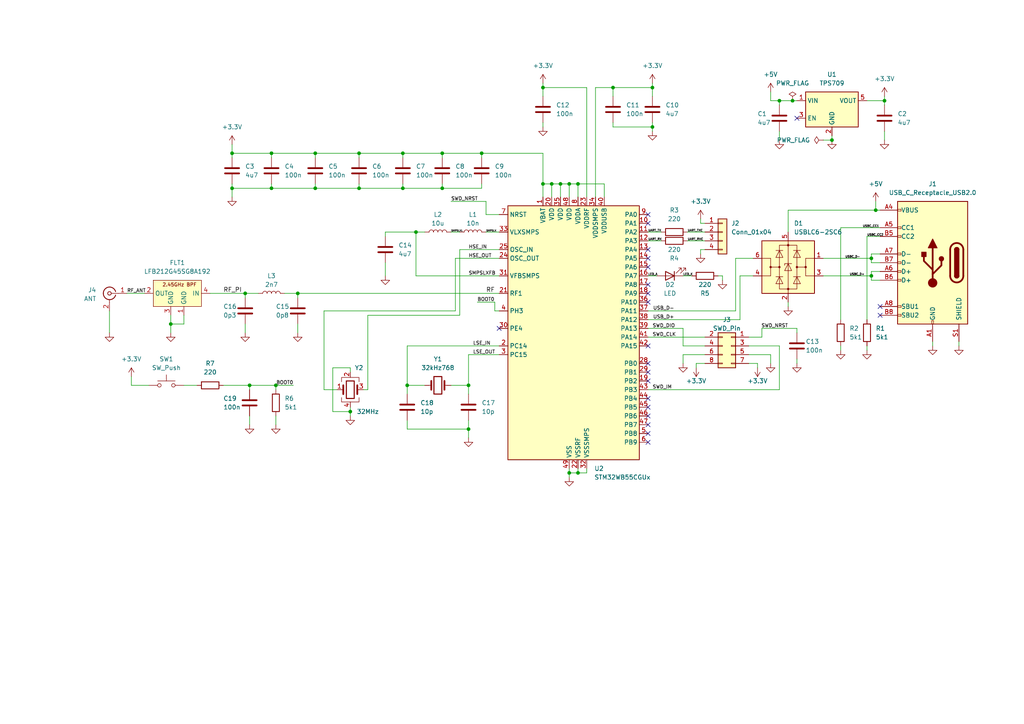
<source format=kicad_sch>
(kicad_sch (version 20230121) (generator eeschema)
  (paper "A4")
  (lib_symbols
    (symbol "Connector:Conn_Coaxial" (pin_names (offset 1.016) hide)
      (property "Reference" "J" (at 0.254 3.048 0))
      (property "Value" "Conn_Coaxial" (at 2.921 0 90))
      (symbol "Conn_Coaxial_0_1"
        (arc (start -1.778 -0.508) (mid 0.2311 -1.8066) (end 1.778 0) (stroke (width 0.254)))
        (polyline (pts (xy -2.54 0) (xy -0.508 0)))
        (polyline (pts (xy 0 -2.54) (xy 0 -1.778)))
        (circle (center 0 0) (radius 0.508) (stroke (width 0.2032)))
        (arc (start 1.778 0) (mid 0.2099 1.8101) (end -1.778 0.508) (stroke (width 0.254)))
      )
      (symbol "Conn_Coaxial_1_1"
        (pin passive line (at -5.08 0 0) (length 2.54) (name "In") (number "1"))
        (pin passive line (at 0 -5.08 90) (length 2.54) (name "Ext") (number "2"))
      )
    )
    (symbol "Connector:USB_C_Receptacle_USB2.0" (pin_names (offset 1.016))
      (property "Reference" "J" (at -10.16 19.05 0))
      (property "Value" "USB_C_Receptacle_USB2.0" (at 19.05 19.05 0))
      (symbol "USB_C_Receptacle_USB2.0_0_0"
        (rectangle (start -0.254 -17.78) (end 0.254 -16.764))
        (rectangle (start 10.16 -14.986) (end 9.144 -15.494))
        (rectangle (start 10.16 -12.446) (end 9.144 -12.954))
        (rectangle (start 10.16 -4.826) (end 9.144 -5.334))
        (rectangle (start 10.16 -2.286) (end 9.144 -2.794))
        (rectangle (start 10.16 0.254) (end 9.144 -0.254))
        (rectangle (start 10.16 2.794) (end 9.144 2.286))
        (rectangle (start 10.16 7.874) (end 9.144 7.366))
        (rectangle (start 10.16 10.414) (end 9.144 9.906))
        (rectangle (start 10.16 15.494) (end 9.144 14.986))
      )
      (symbol "USB_C_Receptacle_USB2.0_0_1"
        (rectangle (start -10.16 17.78) (end 10.16 -17.78) (stroke (width 0.254)) (fill (type background)))
        (arc (start -8.89 -3.81) (mid -6.985 -5.7067) (end -5.08 -3.81) (stroke (width 0.508)))
        (arc (start -7.62 -3.81) (mid -6.985 -4.4423) (end -6.35 -3.81) (stroke (width 0.254)))
        (arc (start -7.62 -3.81) (mid -6.985 -4.4423) (end -6.35 -3.81) (stroke (width 0.254)) (fill (type outline)))
        (rectangle (start -7.62 -3.81) (end -6.35 3.81) (stroke (width 0.254)) (fill (type outline)))
        (arc (start -6.35 3.81) (mid -6.985 4.4423) (end -7.62 3.81) (stroke (width 0.254)))
        (arc (start -6.35 3.81) (mid -6.985 4.4423) (end -7.62 3.81) (stroke (width 0.254)) (fill (type outline)))
        (arc (start -5.08 3.81) (mid -6.985 5.7067) (end -8.89 3.81) (stroke (width 0.508)))
        (circle (center -2.54 1.143) (radius 0.635) (stroke (width 0.254)) (fill (type outline)))
        (circle (center 0 -5.842) (radius 1.27) (fill (type outline)))
        (polyline (pts (xy -8.89 -3.81) (xy -8.89 3.81)) (stroke (width 0.508)))
        (polyline (pts (xy -5.08 3.81) (xy -5.08 -3.81)) (stroke (width 0.508)))
        (polyline (pts (xy 0 -5.842) (xy 0 4.318)) (stroke (width 0.508)))
        (polyline (pts (xy 0 -3.302) (xy -2.54 -0.762) (xy -2.54 0.508)) (stroke (width 0.508)))
        (polyline (pts (xy 0 -2.032) (xy 2.54 0.508) (xy 2.54 1.778)) (stroke (width 0.508)))
        (polyline (pts (xy -1.27 4.318) (xy 0 6.858) (xy 1.27 4.318) (xy -1.27 4.318)) (stroke (width 0.254)) (fill (type outline)))
        (rectangle (start 1.905 1.778) (end 3.175 3.048) (stroke (width 0.254)) (fill (type outline)))
      )
      (symbol "USB_C_Receptacle_USB2.0_1_1"
        (pin passive line (at 0 -22.86 90) (length 5.08) (name "GND") (number "A1"))
        (pin passive line (at 0 -22.86 90) (length 5.08) hide (name "GND") (number "A12"))
        (pin passive line (at 15.24 15.24 180) (length 5.08) (name "VBUS") (number "A4"))
        (pin bidirectional line (at 15.24 10.16 180) (length 5.08) (name "CC1") (number "A5"))
        (pin bidirectional line (at 15.24 -2.54 180) (length 5.08) (name "D+") (number "A6"))
        (pin bidirectional line (at 15.24 2.54 180) (length 5.08) (name "D-") (number "A7"))
        (pin bidirectional line (at 15.24 -12.7 180) (length 5.08) (name "SBU1") (number "A8"))
        (pin passive line (at 15.24 15.24 180) (length 5.08) hide (name "VBUS") (number "A9"))
        (pin passive line (at 0 -22.86 90) (length 5.08) hide (name "GND") (number "B1"))
        (pin passive line (at 0 -22.86 90) (length 5.08) hide (name "GND") (number "B12"))
        (pin passive line (at 15.24 15.24 180) (length 5.08) hide (name "VBUS") (number "B4"))
        (pin bidirectional line (at 15.24 7.62 180) (length 5.08) (name "CC2") (number "B5"))
        (pin bidirectional line (at 15.24 -5.08 180) (length 5.08) (name "D+") (number "B6"))
        (pin bidirectional line (at 15.24 0 180) (length 5.08) (name "D-") (number "B7"))
        (pin bidirectional line (at 15.24 -15.24 180) (length 5.08) (name "SBU2") (number "B8"))
        (pin passive line (at 15.24 15.24 180) (length 5.08) hide (name "VBUS") (number "B9"))
        (pin passive line (at -7.62 -22.86 90) (length 5.08) (name "SHIELD") (number "S1"))
      )
    )
    (symbol "Connector_Generic:Conn_01x04" (pin_names (offset 1.016) hide)
      (property "Reference" "J" (at 0 5.08 0))
      (property "Value" "Conn_01x04" (at 0 -7.62 0))
      (symbol "Conn_01x04_1_1"
        (rectangle (start -1.27 -4.953) (end 0 -5.207) (stroke (width 0.1524)))
        (rectangle (start -1.27 -2.413) (end 0 -2.667) (stroke (width 0.1524)))
        (rectangle (start -1.27 0.127) (end 0 -0.127) (stroke (width 0.1524)))
        (rectangle (start -1.27 2.667) (end 0 2.413) (stroke (width 0.1524)))
        (rectangle (start -1.27 3.81) (end 1.27 -6.35) (stroke (width 0.254)) (fill (type background)))
        (pin passive line (at -5.08 2.54 0) (length 3.81) (name "Pin_1") (number "1"))
        (pin passive line (at -5.08 0 0) (length 3.81) (name "Pin_2") (number "2"))
        (pin passive line (at -5.08 -2.54 0) (length 3.81) (name "Pin_3") (number "3"))
        (pin passive line (at -5.08 -5.08 0) (length 3.81) (name "Pin_4") (number "4"))
      )
    )
    (symbol "Connector_Generic:Conn_02x04_Odd_Even" (pin_names (offset 1.016) hide)
      (property "Reference" "J" (at 1.27 5.08 0))
      (property "Value" "Conn_02x04_Odd_Even" (at 1.27 -7.62 0))
      (symbol "Conn_02x04_Odd_Even_1_1"
        (rectangle (start -1.27 -4.953) (end 0 -5.207) (stroke (width 0.1524)))
        (rectangle (start -1.27 -2.413) (end 0 -2.667) (stroke (width 0.1524)))
        (rectangle (start -1.27 0.127) (end 0 -0.127) (stroke (width 0.1524)))
        (rectangle (start -1.27 2.667) (end 0 2.413) (stroke (width 0.1524)))
        (rectangle (start -1.27 3.81) (end 3.81 -6.35) (stroke (width 0.254)) (fill (type background)))
        (rectangle (start 3.81 -4.953) (end 2.54 -5.207) (stroke (width 0.1524)))
        (rectangle (start 3.81 -2.413) (end 2.54 -2.667) (stroke (width 0.1524)))
        (rectangle (start 3.81 0.127) (end 2.54 -0.127) (stroke (width 0.1524)))
        (rectangle (start 3.81 2.667) (end 2.54 2.413) (stroke (width 0.1524)))
        (pin passive line (at -5.08 2.54 0) (length 3.81) (name "Pin_1") (number "1"))
        (pin passive line (at 7.62 2.54 180) (length 3.81) (name "Pin_2") (number "2"))
        (pin passive line (at -5.08 0 0) (length 3.81) (name "Pin_3") (number "3"))
        (pin passive line (at 7.62 0 180) (length 3.81) (name "Pin_4") (number "4"))
        (pin passive line (at -5.08 -2.54 0) (length 3.81) (name "Pin_5") (number "5"))
        (pin passive line (at 7.62 -2.54 180) (length 3.81) (name "Pin_6") (number "6"))
        (pin passive line (at -5.08 -5.08 0) (length 3.81) (name "Pin_7") (number "7"))
        (pin passive line (at 7.62 -5.08 180) (length 3.81) (name "Pin_8") (number "8"))
      )
    )
    (symbol "Device:C" (pin_numbers hide) (pin_names (offset 0.254))
      (property "Reference" "C" (at 0.635 2.54 0))
      (property "Value" "C" (at 0.635 -2.54 0))
      (symbol "C_0_1"
        (polyline (pts (xy -2.032 -0.762) (xy 2.032 -0.762)) (stroke (width 0.508)))
        (polyline (pts (xy -2.032 0.762) (xy 2.032 0.762)) (stroke (width 0.508)))
      )
      (symbol "C_1_1"
        (pin passive line (at 0 3.81 270) (length 2.794) (name "~") (number "1"))
        (pin passive line (at 0 -3.81 90) (length 2.794) (name "~") (number "2"))
      )
    )
    (symbol "Device:Crystal" (pin_numbers hide) (pin_names (offset 1.016) hide)
      (property "Reference" "Y" (at 0 3.81 0))
      (property "Value" "Crystal" (at 0 -3.81 0))
      (symbol "Crystal_0_1"
        (rectangle (start -1.143 2.54) (end 1.143 -2.54) (stroke (width 0.3048)))
        (polyline (pts (xy -2.54 0) (xy -1.905 0)))
        (polyline (pts (xy -1.905 -1.27) (xy -1.905 1.27)) (stroke (width 0.508)))
        (polyline (pts (xy 1.905 -1.27) (xy 1.905 1.27)) (stroke (width 0.508)))
        (polyline (pts (xy 2.54 0) (xy 1.905 0)))
      )
      (symbol "Crystal_1_1"
        (pin passive line (at -3.81 0 0) (length 1.27) (name "1") (number "1"))
        (pin passive line (at 3.81 0 180) (length 1.27) (name "2") (number "2"))
      )
    )
    (symbol "Device:Crystal_GND24" (pin_names (offset 1.016) hide)
      (property "Reference" "Y" (at 3.175 5.08 0))
      (property "Value" "Crystal_GND24" (at 3.175 3.175 0))
      (symbol "Crystal_GND24_0_1"
        (rectangle (start -1.143 2.54) (end 1.143 -2.54) (stroke (width 0.3048)))
        (polyline (pts (xy -2.54 0) (xy -2.032 0)))
        (polyline (pts (xy -2.032 -1.27) (xy -2.032 1.27)) (stroke (width 0.508)))
        (polyline (pts (xy 0 -3.81) (xy 0 -3.556)))
        (polyline (pts (xy 0 3.556) (xy 0 3.81)))
        (polyline (pts (xy 2.032 -1.27) (xy 2.032 1.27)) (stroke (width 0.508)))
        (polyline (pts (xy 2.032 0) (xy 2.54 0)))
        (polyline (pts (xy -2.54 -2.286) (xy -2.54 -3.556) (xy 2.54 -3.556) (xy 2.54 -2.286)))
        (polyline (pts (xy -2.54 2.286) (xy -2.54 3.556) (xy 2.54 3.556) (xy 2.54 2.286)))
      )
      (symbol "Crystal_GND24_1_1"
        (pin passive line (at -3.81 0 0) (length 1.27) (name "1") (number "1"))
        (pin passive line (at 0 5.08 270) (length 1.27) (name "2") (number "2"))
        (pin passive line (at 3.81 0 180) (length 1.27) (name "3") (number "3"))
        (pin passive line (at 0 -5.08 90) (length 1.27) (name "4") (number "4"))
      )
    )
    (symbol "Device:L" (pin_numbers hide) (pin_names (offset 1.016) hide)
      (property "Reference" "L" (at -1.27 0 90))
      (property "Value" "L" (at 1.905 0 90))
      (symbol "L_0_1"
        (arc (start 0 -2.54) (mid 0.6323 -1.905) (end 0 -1.27))
        (arc (start 0 -1.27) (mid 0.6323 -0.635) (end 0 0))
        (arc (start 0 0) (mid 0.6323 0.635) (end 0 1.27))
        (arc (start 0 1.27) (mid 0.6323 1.905) (end 0 2.54))
      )
      (symbol "L_1_1"
        (pin passive line (at 0 3.81 270) (length 1.27) (name "1") (number "1"))
        (pin passive line (at 0 -3.81 90) (length 1.27) (name "2") (number "2"))
      )
    )
    (symbol "Device:LED" (pin_numbers hide) (pin_names (offset 1.016) hide)
      (property "Reference" "D" (at 0 2.54 0))
      (property "Value" "LED" (at 0 -2.54 0))
      (symbol "LED_0_1"
        (polyline (pts (xy -1.27 -1.27) (xy -1.27 1.27)) (stroke (width 0.254)))
        (polyline (pts (xy -1.27 0) (xy 1.27 0)))
        (polyline (pts (xy 1.27 -1.27) (xy 1.27 1.27) (xy -1.27 0) (xy 1.27 -1.27)) (stroke (width 0.254)))
        (polyline (pts (xy -3.048 -0.762) (xy -4.572 -2.286) (xy -3.81 -2.286) (xy -4.572 -2.286) (xy -4.572 -1.524)))
        (polyline (pts (xy -1.778 -0.762) (xy -3.302 -2.286) (xy -2.54 -2.286) (xy -3.302 -2.286) (xy -3.302 -1.524)))
      )
      (symbol "LED_1_1"
        (pin passive line (at -3.81 0 0) (length 2.54) (name "K") (number "1"))
        (pin passive line (at 3.81 0 180) (length 2.54) (name "A") (number "2"))
      )
    )
    (symbol "Device:R" (pin_numbers hide) (pin_names (offset 0))
      (property "Reference" "R" (at 2.032 0 90))
      (property "Value" "R" (at 0 0 90))
      (symbol "R_0_1"
        (rectangle (start -1.016 -2.54) (end 1.016 2.54) (stroke (width 0.254)))
      )
      (symbol "R_1_1"
        (pin passive line (at 0 3.81 270) (length 1.27) (name "~") (number "1"))
        (pin passive line (at 0 -3.81 90) (length 1.27) (name "~") (number "2"))
      )
    )
    (symbol "MCU_ST_STM32WB:STM32WB55CGUx"
      (property "Reference" "U" (at -17.78 39.37 0))
      (property "Value" "STM32WB55CGUx" (at 12.7 39.37 0))
      (symbol "STM32WB55CGUx_0_1"
        (rectangle (start -17.78 -35.56) (end 20.32 38.1) (stroke (width 0.254)) (fill (type background)))
      )
      (symbol "STM32WB55CGUx_1_1"
        (pin power_in line (at -7.62 40.64 270) (length 2.54) (name "VBAT") (number "1"))
        (pin bidirectional line (at 22.86 33.02 180) (length 2.54) (name "PA1") (number "10"))
        (pin bidirectional line (at 22.86 30.48 180) (length 2.54) (name "PA2") (number "11"))
        (pin bidirectional line (at 22.86 27.94 180) (length 2.54) (name "PA3") (number "12"))
        (pin bidirectional line (at 22.86 25.4 180) (length 2.54) (name "PA4") (number "13"))
        (pin bidirectional line (at 22.86 22.86 180) (length 2.54) (name "PA5") (number "14"))
        (pin bidirectional line (at 22.86 20.32 180) (length 2.54) (name "PA6") (number "15"))
        (pin bidirectional line (at 22.86 17.78 180) (length 2.54) (name "PA7") (number "16"))
        (pin bidirectional line (at 22.86 15.24 180) (length 2.54) (name "PA8") (number "17"))
        (pin bidirectional line (at 22.86 12.7 180) (length 2.54) (name "PA9") (number "18"))
        (pin bidirectional line (at 22.86 -12.7 180) (length 2.54) (name "PB2") (number "19"))
        (pin bidirectional line (at -20.32 -2.54 0) (length 2.54) (name "PC14") (number "2"))
        (pin power_in line (at -5.08 40.64 270) (length 2.54) (name "VDD") (number "20"))
        (pin bidirectional line (at -20.32 12.7 0) (length 2.54) (name "RF1") (number "21"))
        (pin power_in line (at 2.54 -38.1 90) (length 2.54) (name "VSSRF") (number "22"))
        (pin power_in line (at 5.08 40.64 270) (length 2.54) (name "VDDRF") (number "23"))
        (pin input line (at -20.32 22.86 0) (length 2.54) (name "OSC_OUT") (number "24"))
        (pin input line (at -20.32 25.4 0) (length 2.54) (name "OSC_IN") (number "25"))
        (pin no_connect line (at -17.78 -35.56 0) (length 2.54) hide (name "AT0") (number "26"))
        (pin no_connect line (at -17.78 -33.02 0) (length 2.54) hide (name "AT1") (number "27"))
        (pin bidirectional line (at 22.86 -7.62 180) (length 2.54) (name "PB0") (number "28"))
        (pin bidirectional line (at 22.86 -10.16 180) (length 2.54) (name "PB1") (number "29"))
        (pin bidirectional line (at -20.32 -5.08 0) (length 2.54) (name "PC15") (number "3"))
        (pin bidirectional line (at -20.32 2.54 0) (length 2.54) (name "PE4") (number "30"))
        (pin input line (at -20.32 17.78 0) (length 2.54) (name "VFBSMPS") (number "31"))
        (pin power_in line (at 5.08 -38.1 90) (length 2.54) (name "VSSSMPS") (number "32"))
        (pin power_in line (at -20.32 30.48 0) (length 2.54) (name "VLXSMPS") (number "33"))
        (pin power_in line (at 7.62 40.64 270) (length 2.54) (name "VDDSMPS") (number "34"))
        (pin power_in line (at -2.54 40.64 270) (length 2.54) (name "VDD") (number "35"))
        (pin bidirectional line (at 22.86 10.16 180) (length 2.54) (name "PA10") (number "36"))
        (pin bidirectional line (at 22.86 7.62 180) (length 2.54) (name "PA11") (number "37"))
        (pin bidirectional line (at 22.86 5.08 180) (length 2.54) (name "PA12") (number "38"))
        (pin bidirectional line (at 22.86 2.54 180) (length 2.54) (name "PA13") (number "39"))
        (pin bidirectional line (at -20.32 7.62 0) (length 2.54) (name "PH3") (number "4"))
        (pin power_in line (at 10.16 40.64 270) (length 2.54) (name "VDDUSB") (number "40"))
        (pin bidirectional line (at 22.86 0 180) (length 2.54) (name "PA14") (number "41"))
        (pin bidirectional line (at 22.86 -2.54 180) (length 2.54) (name "PA15") (number "42"))
        (pin bidirectional line (at 22.86 -15.24 180) (length 2.54) (name "PB3") (number "43"))
        (pin bidirectional line (at 22.86 -17.78 180) (length 2.54) (name "PB4") (number "44"))
        (pin bidirectional line (at 22.86 -20.32 180) (length 2.54) (name "PB5") (number "45"))
        (pin bidirectional line (at 22.86 -22.86 180) (length 2.54) (name "PB6") (number "46"))
        (pin bidirectional line (at 22.86 -25.4 180) (length 2.54) (name "PB7") (number "47"))
        (pin power_in line (at 0 40.64 270) (length 2.54) (name "VDD") (number "48"))
        (pin power_in line (at 0 -38.1 90) (length 2.54) (name "VSS") (number "49"))
        (pin bidirectional line (at 22.86 -27.94 180) (length 2.54) (name "PB8") (number "5"))
        (pin bidirectional line (at 22.86 -30.48 180) (length 2.54) (name "PB9") (number "6"))
        (pin input line (at -20.32 35.56 0) (length 2.54) (name "NRST") (number "7"))
        (pin power_in line (at 2.54 40.64 270) (length 2.54) (name "VDDA") (number "8"))
        (pin bidirectional line (at 22.86 35.56 180) (length 2.54) (name "PA0") (number "9"))
      )
    )
    (symbol "Switch:SW_Push" (pin_numbers hide) (pin_names (offset 1.016) hide)
      (property "Reference" "SW" (at 1.27 2.54 0))
      (property "Value" "SW_Push" (at 0 -1.524 0))
      (symbol "SW_Push_0_1"
        (circle (center -2.032 0) (radius 0.508))
        (polyline (pts (xy 0 1.27) (xy 0 3.048)))
        (polyline (pts (xy 2.54 1.27) (xy -2.54 1.27)))
        (circle (center 2.032 0) (radius 0.508))
        (pin passive line (at -5.08 0 0) (length 2.54) (name "1") (number "1"))
        (pin passive line (at 5.08 0 180) (length 2.54) (name "2") (number "2"))
      )
    )
    (symbol "my_library:LFB212G45SG8A192"
      (property "Reference" "FLT" (at 0 5.08 0))
      (property "Value" "LFB212G45SG8A192" (at -11.43 -11.43 0))
      (symbol "LFB212G45SG8A192_0_0"
        (pin passive line (at -1.27 -6.35 90) (length 2.54) (name "GND") (number "1"))
        (pin output line (at 10.16 0 180) (length 2.54) (name "OUT") (number "2"))
        (pin passive line (at 2.54 -6.35 90) (length 2.54) (name "GND") (number "3"))
        (pin input line (at -8.89 0 0) (length 2.54) (name "IN") (number "4"))
      )
      (symbol "LFB212G45SG8A192_1_1"
        (rectangle (start -6.35 3.81) (end 7.62 -3.81) (fill (type background)))
        (text "2.45GHz BPF" (at 0 2.54 0) (effects (font (size 1 1))))
      )
    )
    (symbol "my_library:TPS709"
      (property "Reference" "U" (at -7.62 6.35 0))
      (property "Value" "TPS709" (at 0 6.35 0))
      (symbol "TPS709_0_1"
        (rectangle (start -7.62 -5.08) (end 7.62 5.08) (stroke (width 0.254)) (fill (type background)))
      )
      (symbol "TPS709_1_1"
        (pin power_in line (at -10.16 2.54 0) (length 2.54) (name "VIN") (number "1"))
        (pin power_in line (at 0 -7.62 90) (length 2.54) (name "GND") (number "2"))
        (pin input line (at -10.16 -2.54 0) (length 2.54) (name "EN") (number "3"))
        (pin no_connect line (at 7.62 -2.54 180) (length 2.54) hide (name "NC") (number "4"))
        (pin power_out line (at 10.16 2.54 180) (length 2.54) (name "VOUT") (number "5"))
      )
    )
    (symbol "my_library:USBLC6-2SC6_1" (pin_names hide)
      (property "Reference" "U" (at 2.54 8.89 0))
      (property "Value" "USBLC6-2SC6" (at 2.54 -8.89 0))
      (symbol "USBLC6-2SC6_1_0_1"
        (rectangle (start -7.62 -7.62) (end 7.62 7.62) (stroke (width 0.254)) (fill (type background)))
        (circle (center -5.08 0) (radius 0.254) (fill (type outline)))
        (circle (center -2.54 0) (radius 0.254) (fill (type outline)))
        (rectangle (start -2.54 6.35) (end 2.54 -6.35))
        (circle (center 0 -6.35) (radius 0.254) (fill (type outline)))
        (polyline (pts (xy -5.08 -2.54) (xy -7.62 -2.54)))
        (polyline (pts (xy -5.08 0) (xy -5.08 -2.54)))
        (polyline (pts (xy -5.08 2.54) (xy -7.62 2.54)))
        (polyline (pts (xy -1.524 -2.794) (xy -3.556 -2.794)))
        (polyline (pts (xy -1.524 4.826) (xy -3.556 4.826)))
        (polyline (pts (xy 0 -7.62) (xy 0 -6.35)))
        (polyline (pts (xy 0 -6.35) (xy 0 1.27)))
        (polyline (pts (xy 0 1.27) (xy 0 6.35)))
        (polyline (pts (xy 0 6.35) (xy 0 7.62)))
        (polyline (pts (xy 1.524 -2.794) (xy 3.556 -2.794)))
        (polyline (pts (xy 1.524 4.826) (xy 3.556 4.826)))
        (polyline (pts (xy 5.08 -2.54) (xy 7.62 -2.54)))
        (polyline (pts (xy 5.08 0) (xy 5.08 -2.54)))
        (polyline (pts (xy 5.08 2.54) (xy 7.62 2.54)))
        (polyline (pts (xy -2.54 0) (xy -5.08 0) (xy -5.08 2.54)))
        (polyline (pts (xy 2.54 0) (xy 5.08 0) (xy 5.08 2.54)))
        (polyline (pts (xy -3.556 -4.826) (xy -1.524 -4.826) (xy -2.54 -2.794) (xy -3.556 -4.826)))
        (polyline (pts (xy -3.556 2.794) (xy -1.524 2.794) (xy -2.54 4.826) (xy -3.556 2.794)))
        (polyline (pts (xy -1.016 -1.016) (xy 1.016 -1.016) (xy 0 1.016) (xy -1.016 -1.016)))
        (polyline (pts (xy 1.016 1.016) (xy 0.762 1.016) (xy -1.016 1.016) (xy -1.016 0.508)))
        (polyline (pts (xy 3.556 -4.826) (xy 1.524 -4.826) (xy 2.54 -2.794) (xy 3.556 -4.826)))
        (polyline (pts (xy 3.556 2.794) (xy 1.524 2.794) (xy 2.54 4.826) (xy 3.556 2.794)))
        (circle (center 0 6.35) (radius 0.254) (fill (type outline)))
        (circle (center 2.54 0) (radius 0.254) (fill (type outline)))
        (circle (center 5.08 0) (radius 0.254) (fill (type outline)))
      )
      (symbol "USBLC6-2SC6_1_1_1"
        (pin passive line (at 10.16 2.54 180) (length 2.54) (name "I/O1") (number "1"))
        (pin passive line (at 0 -10.16 90) (length 2.54) (name "GND") (number "2"))
        (pin passive line (at 10.16 -2.54 180) (length 2.54) (name "I/O2") (number "3"))
        (pin passive line (at -10.16 -2.54 0) (length 2.54) (name "I/O2") (number "4"))
        (pin passive line (at 0 10.16 270) (length 2.54) (name "VBUS") (number "5"))
        (pin passive line (at -10.16 2.54 0) (length 2.54) (name "I/O1") (number "6"))
      )
    )
    (symbol "power:+3.3V" (power) (pin_names (offset 0))
      (property "Value" "+3.3V" (at 0 3.556 0))
      (symbol "+3.3V_0_1"
        (polyline (pts (xy -0.762 1.27) (xy 0 2.54)))
        (polyline (pts (xy 0 0) (xy 0 2.54)))
        (polyline (pts (xy 0 2.54) (xy 0.762 1.27)))
      )
      (symbol "+3.3V_1_1"
        (pin power_in line (at 0 0 90) (length 0) hide (name "+3.3V") (number "1"))
      )
    )
    (symbol "power:+5V" (power) (pin_names (offset 0))
      (property "Value" "+5V" (at 0 3.556 0))
      (symbol "+5V_0_1"
        (polyline (pts (xy -0.762 1.27) (xy 0 2.54)))
        (polyline (pts (xy 0 0) (xy 0 2.54)))
        (polyline (pts (xy 0 2.54) (xy 0.762 1.27)))
      )
      (symbol "+5V_1_1"
        (pin power_in line (at 0 0 90) (length 0) hide (name "+5V") (number "1"))
      )
    )
    (symbol "power:GND" (power) (pin_names (offset 0))
      (property "Value" "GND" (at 0 -3.81 0))
      (symbol "GND_0_1"
        (polyline (pts (xy 0 0) (xy 0 -1.27) (xy 1.27 -1.27) (xy 0 -2.54) (xy -1.27 -1.27) (xy 0 -1.27)))
      )
      (symbol "GND_1_1"
        (pin power_in line (at 0 0 270) (length 0) hide (name "GND") (number "1"))
      )
    )
    (symbol "power:PWR_FLAG" (power) (pin_numbers hide) (pin_names (offset 0) hide)
      (property "Value" "PWR_FLAG" (at 0 3.81 0))
      (symbol "PWR_FLAG_0_0"
        (pin power_out line (at 0 0 90) (length 0) (name "pwr") (number "1"))
      )
      (symbol "PWR_FLAG_0_1"
        (polyline (pts (xy 0 0) (xy 0 1.27) (xy -1.016 1.905) (xy 0 2.54) (xy 1.016 1.905) (xy 0 1.27)))
      )
    )
  )
  (junction (at 120.65 67.31))
  (junction (at 165.1 137.16))
  (junction (at 128.27 54.61))
  (junction (at 91.44 54.61))
  (junction (at 135.89 111.76))
  (junction (at 241.3 40.64))
  (junction (at 104.14 44.45))
  (junction (at 67.31 54.61))
  (junction (at 78.74 54.61))
  (junction (at 252.73 74.93))
  (junction (at 116.84 54.61))
  (junction (at 49.53 93.98))
  (junction (at 72.39 111.76))
  (junction (at 116.84 44.45))
  (junction (at 165.1 53.34))
  (junction (at 162.56 53.34))
  (junction (at 189.23 25.4))
  (junction (at 91.44 44.45))
  (junction (at 157.48 53.34))
  (junction (at 160.02 53.34))
  (junction (at 254 60.96))
  (junction (at 118.11 111.76))
  (junction (at 71.12 85.09))
  (junction (at 86.36 85.09))
  (junction (at 101.6 119.38))
  (junction (at 167.64 137.16))
  (junction (at 67.31 44.45))
  (junction (at 128.27 44.45))
  (junction (at 157.48 25.4))
  (junction (at 229.87 29.21))
  (junction (at 80.01 111.76))
  (junction (at 78.74 44.45))
  (junction (at 139.7 44.45))
  (junction (at 135.89 124.46))
  (junction (at 167.64 53.34))
  (junction (at 256.54 29.21))
  (junction (at 189.23 36.83))
  (junction (at 226.06 29.21))
  (junction (at 252.73 80.01))
  (junction (at 177.8 25.4))
  (junction (at 104.14 54.61))
  (no_connect (at 187.96 62.23))
  (no_connect (at 187.96 118.11))
  (no_connect (at 255.27 88.9))
  (no_connect (at 187.96 87.63))
  (no_connect (at 187.96 74.93))
  (no_connect (at 187.96 85.09))
  (no_connect (at 187.96 125.73))
  (no_connect (at 144.78 95.25))
  (no_connect (at 231.14 34.29))
  (no_connect (at 187.96 128.27))
  (no_connect (at 187.96 107.95))
  (no_connect (at 187.96 110.49))
  (no_connect (at 187.96 82.55))
  (no_connect (at 187.96 64.77))
  (no_connect (at 187.96 115.57))
  (no_connect (at 187.96 77.47))
  (no_connect (at 187.96 120.65))
  (no_connect (at 187.96 105.41))
  (no_connect (at 187.96 72.39))
  (no_connect (at 187.96 100.33))
  (no_connect (at 255.27 91.44))
  (no_connect (at 187.96 123.19))
  (wire (pts (xy 135.89 111.76) (xy 135.89 102.87)))
  (wire (pts (xy 167.64 137.16) (xy 170.18 137.16)))
  (wire (pts (xy 226.06 30.48) (xy 226.06 29.21)))
  (wire (pts (xy 78.74 45.72) (xy 78.74 44.45)))
  (wire (pts (xy 71.12 85.09) (xy 74.93 85.09)))
  (wire (pts (xy 256.54 38.1) (xy 256.54 40.64)))
  (wire (pts (xy 204.47 64.77) (xy 203.2 64.77)))
  (wire (pts (xy 135.89 111.76) (xy 135.89 114.3)))
  (wire (pts (xy 204.47 102.87) (xy 198.12 102.87)))
  (wire (pts (xy 139.7 53.34) (xy 139.7 54.61)))
  (wire (pts (xy 255.27 73.66) (xy 252.73 73.66)))
  (wire (pts (xy 130.81 111.76) (xy 135.89 111.76)))
  (wire (pts (xy 219.71 105.41) (xy 219.71 106.68)))
  (wire (pts (xy 91.44 53.34) (xy 91.44 54.61)))
  (wire (pts (xy 118.11 111.76) (xy 123.19 111.76)))
  (wire (pts (xy 72.39 120.65) (xy 72.39 123.19)))
  (wire (pts (xy 213.36 74.93) (xy 213.36 90.17)))
  (wire (pts (xy 157.48 44.45) (xy 157.48 53.34)))
  (wire (pts (xy 144.78 90.17) (xy 143.51 90.17)))
  (wire (pts (xy 144.78 100.33) (xy 118.11 100.33)))
  (wire (pts (xy 111.76 67.31) (xy 120.65 67.31)))
  (wire (pts (xy 172.72 25.4) (xy 177.8 25.4)))
  (wire (pts (xy 140.97 62.23) (xy 140.97 58.42)))
  (wire (pts (xy 72.39 113.03) (xy 72.39 111.76)))
  (wire (pts (xy 198.12 102.87) (xy 198.12 105.41)))
  (wire (pts (xy 167.64 57.15) (xy 167.64 53.34)))
  (wire (pts (xy 229.87 29.21) (xy 226.06 29.21)))
  (wire (pts (xy 201.93 105.41) (xy 204.47 105.41)))
  (wire (pts (xy 187.96 97.79) (xy 204.47 97.79)))
  (wire (pts (xy 199.39 69.85) (xy 204.47 69.85)))
  (wire (pts (xy 209.55 80.01) (xy 209.55 81.28)))
  (wire (pts (xy 198.12 100.33) (xy 198.12 95.25)))
  (wire (pts (xy 252.73 80.01) (xy 252.73 81.28)))
  (wire (pts (xy 105.41 113.03) (xy 106.68 113.03)))
  (wire (pts (xy 189.23 25.4) (xy 189.23 27.94)))
  (wire (pts (xy 160.02 53.34) (xy 160.02 57.15)))
  (wire (pts (xy 135.89 102.87) (xy 144.78 102.87)))
  (wire (pts (xy 226.06 113.03) (xy 226.06 100.33)))
  (wire (pts (xy 86.36 86.36) (xy 86.36 85.09)))
  (wire (pts (xy 226.06 100.33) (xy 217.17 100.33)))
  (wire (pts (xy 71.12 86.36) (xy 71.12 85.09)))
  (wire (pts (xy 132.08 74.93) (xy 144.78 74.93)))
  (wire (pts (xy 86.36 85.09) (xy 144.78 85.09)))
  (wire (pts (xy 96.52 106.68) (xy 96.52 119.38)))
  (wire (pts (xy 43.18 111.76) (xy 38.1 111.76)))
  (wire (pts (xy 53.34 91.44) (xy 53.34 93.98)))
  (wire (pts (xy 80.01 111.76) (xy 72.39 111.76)))
  (wire (pts (xy 67.31 54.61) (xy 67.31 57.15)))
  (wire (pts (xy 187.96 67.31) (xy 191.77 67.31)))
  (wire (pts (xy 187.96 69.85) (xy 191.77 69.85)))
  (wire (pts (xy 101.6 106.68) (xy 96.52 106.68)))
  (wire (pts (xy 133.35 72.39) (xy 144.78 72.39)))
  (wire (pts (xy 91.44 45.72) (xy 91.44 44.45)))
  (wire (pts (xy 251.46 29.21) (xy 256.54 29.21)))
  (wire (pts (xy 157.48 25.4) (xy 170.18 25.4)))
  (wire (pts (xy 38.1 109.22) (xy 38.1 111.76)))
  (wire (pts (xy 78.74 44.45) (xy 91.44 44.45)))
  (wire (pts (xy 101.6 118.11) (xy 101.6 119.38)))
  (wire (pts (xy 106.68 91.44) (xy 133.35 91.44)))
  (wire (pts (xy 49.53 93.98) (xy 49.53 96.52)))
  (wire (pts (xy 198.12 80.01) (xy 200.66 80.01)))
  (wire (pts (xy 60.96 85.09) (xy 71.12 85.09)))
  (wire (pts (xy 177.8 36.83) (xy 189.23 36.83)))
  (wire (pts (xy 226.06 38.1) (xy 226.06 40.64)))
  (wire (pts (xy 214.63 80.01) (xy 214.63 92.71)))
  (wire (pts (xy 231.14 29.21) (xy 229.87 29.21)))
  (wire (pts (xy 93.98 90.17) (xy 132.08 90.17)))
  (wire (pts (xy 97.79 113.03) (xy 93.98 113.03)))
  (wire (pts (xy 86.36 85.09) (xy 82.55 85.09)))
  (wire (pts (xy 243.84 66.04) (xy 243.84 92.71)))
  (wire (pts (xy 133.35 91.44) (xy 133.35 72.39)))
  (wire (pts (xy 170.18 25.4) (xy 170.18 57.15)))
  (wire (pts (xy 139.7 54.61) (xy 128.27 54.61)))
  (wire (pts (xy 187.96 90.17) (xy 213.36 90.17)))
  (wire (pts (xy 177.8 25.4) (xy 189.23 25.4)))
  (wire (pts (xy 228.6 67.31) (xy 228.6 60.96)))
  (wire (pts (xy 217.17 105.41) (xy 219.71 105.41)))
  (wire (pts (xy 256.54 29.21) (xy 256.54 30.48)))
  (wire (pts (xy 165.1 137.16) (xy 165.1 138.43)))
  (wire (pts (xy 49.53 91.44) (xy 49.53 93.98)))
  (wire (pts (xy 204.47 72.39) (xy 203.2 72.39)))
  (wire (pts (xy 128.27 53.34) (xy 128.27 54.61)))
  (wire (pts (xy 175.26 57.15) (xy 175.26 53.34)))
  (wire (pts (xy 123.19 67.31) (xy 120.65 67.31)))
  (wire (pts (xy 106.68 113.03) (xy 106.68 91.44)))
  (wire (pts (xy 270.51 99.06) (xy 270.51 100.33)))
  (wire (pts (xy 220.98 95.25) (xy 231.14 95.25)))
  (wire (pts (xy 187.96 80.01) (xy 190.5 80.01)))
  (wire (pts (xy 80.01 111.76) (xy 85.09 111.76)))
  (wire (pts (xy 31.75 90.17) (xy 31.75 96.52)))
  (wire (pts (xy 157.48 53.34) (xy 160.02 53.34)))
  (wire (pts (xy 130.81 58.42) (xy 140.97 58.42)))
  (wire (pts (xy 91.44 54.61) (xy 78.74 54.61)))
  (wire (pts (xy 226.06 29.21) (xy 223.52 29.21)))
  (wire (pts (xy 157.48 35.56) (xy 157.48 36.83)))
  (wire (pts (xy 71.12 93.98) (xy 71.12 96.52)))
  (wire (pts (xy 255.27 76.2) (xy 252.73 76.2)))
  (wire (pts (xy 217.17 102.87) (xy 223.52 102.87)))
  (wire (pts (xy 120.65 80.01) (xy 144.78 80.01)))
  (wire (pts (xy 167.64 53.34) (xy 175.26 53.34)))
  (wire (pts (xy 118.11 100.33) (xy 118.11 111.76)))
  (wire (pts (xy 64.77 111.76) (xy 72.39 111.76)))
  (wire (pts (xy 254 60.96) (xy 255.27 60.96)))
  (wire (pts (xy 189.23 24.13) (xy 189.23 25.4)))
  (wire (pts (xy 228.6 87.63) (xy 228.6 88.9)))
  (wire (pts (xy 217.17 97.79) (xy 220.98 97.79)))
  (wire (pts (xy 255.27 81.28) (xy 252.73 81.28)))
  (wire (pts (xy 170.18 135.89) (xy 170.18 137.16)))
  (wire (pts (xy 203.2 72.39) (xy 203.2 73.66)))
  (wire (pts (xy 96.52 119.38) (xy 101.6 119.38)))
  (wire (pts (xy 162.56 53.34) (xy 162.56 57.15)))
  (wire (pts (xy 255.27 68.58) (xy 251.46 68.58)))
  (wire (pts (xy 139.7 44.45) (xy 139.7 45.72)))
  (wire (pts (xy 223.52 102.87) (xy 223.52 105.41)))
  (wire (pts (xy 187.96 92.71) (xy 214.63 92.71)))
  (wire (pts (xy 104.14 45.72) (xy 104.14 44.45)))
  (wire (pts (xy 53.34 111.76) (xy 57.15 111.76)))
  (wire (pts (xy 157.48 53.34) (xy 157.48 57.15)))
  (wire (pts (xy 252.73 80.01) (xy 238.76 80.01)))
  (wire (pts (xy 208.28 80.01) (xy 209.55 80.01)))
  (wire (pts (xy 140.97 67.31) (xy 144.78 67.31)))
  (wire (pts (xy 228.6 60.96) (xy 254 60.96)))
  (wire (pts (xy 143.51 90.17) (xy 143.51 87.63)))
  (wire (pts (xy 167.64 135.89) (xy 167.64 137.16)))
  (wire (pts (xy 130.81 67.31) (xy 133.35 67.31)))
  (wire (pts (xy 223.52 26.67) (xy 223.52 29.21)))
  (wire (pts (xy 167.64 53.34) (xy 165.1 53.34)))
  (wire (pts (xy 80.01 113.03) (xy 80.01 111.76)))
  (wire (pts (xy 67.31 53.34) (xy 67.31 54.61)))
  (wire (pts (xy 199.39 67.31) (xy 204.47 67.31)))
  (wire (pts (xy 252.73 73.66) (xy 252.73 74.93)))
  (wire (pts (xy 160.02 53.34) (xy 162.56 53.34)))
  (wire (pts (xy 104.14 44.45) (xy 116.84 44.45)))
  (wire (pts (xy 101.6 107.95) (xy 101.6 106.68)))
  (wire (pts (xy 231.14 96.52) (xy 231.14 95.25)))
  (wire (pts (xy 251.46 68.58) (xy 251.46 92.71)))
  (wire (pts (xy 144.78 62.23) (xy 140.97 62.23)))
  (wire (pts (xy 128.27 44.45) (xy 128.27 45.72)))
  (wire (pts (xy 218.44 80.01) (xy 214.63 80.01)))
  (wire (pts (xy 157.48 24.13) (xy 157.48 25.4)))
  (wire (pts (xy 252.73 78.74) (xy 252.73 80.01)))
  (wire (pts (xy 198.12 95.25) (xy 187.96 95.25)))
  (wire (pts (xy 251.46 100.33) (xy 251.46 101.6)))
  (wire (pts (xy 252.73 74.93) (xy 252.73 76.2)))
  (wire (pts (xy 162.56 53.34) (xy 165.1 53.34)))
  (wire (pts (xy 116.84 44.45) (xy 116.84 45.72)))
  (wire (pts (xy 67.31 54.61) (xy 78.74 54.61)))
  (wire (pts (xy 78.74 53.34) (xy 78.74 54.61)))
  (wire (pts (xy 187.96 113.03) (xy 226.06 113.03)))
  (wire (pts (xy 138.43 87.63) (xy 143.51 87.63)))
  (wire (pts (xy 165.1 135.89) (xy 165.1 137.16)))
  (wire (pts (xy 255.27 78.74) (xy 252.73 78.74)))
  (wire (pts (xy 67.31 41.91) (xy 67.31 44.45)))
  (wire (pts (xy 238.76 40.64) (xy 241.3 40.64)))
  (wire (pts (xy 203.2 63.5) (xy 203.2 64.77)))
  (wire (pts (xy 243.84 100.33) (xy 243.84 101.6)))
  (wire (pts (xy 80.01 120.65) (xy 80.01 123.19)))
  (wire (pts (xy 116.84 54.61) (xy 104.14 54.61)))
  (wire (pts (xy 278.13 99.06) (xy 278.13 100.33)))
  (wire (pts (xy 243.84 66.04) (xy 255.27 66.04)))
  (wire (pts (xy 111.76 68.58) (xy 111.76 67.31)))
  (wire (pts (xy 128.27 44.45) (xy 116.84 44.45)))
  (wire (pts (xy 91.44 44.45) (xy 104.14 44.45)))
  (wire (pts (xy 177.8 35.56) (xy 177.8 36.83)))
  (wire (pts (xy 220.98 97.79) (xy 220.98 95.25)))
  (wire (pts (xy 135.89 124.46) (xy 135.89 121.92)))
  (wire (pts (xy 198.12 100.33) (xy 204.47 100.33)))
  (wire (pts (xy 36.83 85.09) (xy 41.91 85.09)))
  (wire (pts (xy 116.84 54.61) (xy 128.27 54.61)))
  (wire (pts (xy 118.11 121.92) (xy 118.11 124.46)))
  (wire (pts (xy 139.7 44.45) (xy 128.27 44.45)))
  (wire (pts (xy 256.54 27.94) (xy 256.54 29.21)))
  (wire (pts (xy 231.14 104.14) (xy 231.14 105.41)))
  (wire (pts (xy 177.8 27.94) (xy 177.8 25.4)))
  (wire (pts (xy 53.34 93.98) (xy 49.53 93.98)))
  (wire (pts (xy 132.08 90.17) (xy 132.08 74.93)))
  (wire (pts (xy 104.14 54.61) (xy 91.44 54.61)))
  (wire (pts (xy 218.44 74.93) (xy 213.36 74.93)))
  (wire (pts (xy 238.76 74.93) (xy 252.73 74.93)))
  (wire (pts (xy 165.1 53.34) (xy 165.1 57.15)))
  (wire (pts (xy 165.1 137.16) (xy 167.64 137.16)))
  (wire (pts (xy 104.14 53.34) (xy 104.14 54.61)))
  (wire (pts (xy 116.84 53.34) (xy 116.84 54.61)))
  (wire (pts (xy 86.36 93.98) (xy 86.36 96.52)))
  (wire (pts (xy 120.65 67.31) (xy 120.65 80.01)))
  (wire (pts (xy 118.11 114.3) (xy 118.11 111.76)))
  (wire (pts (xy 67.31 45.72) (xy 67.31 44.45)))
  (wire (pts (xy 189.23 35.56) (xy 189.23 36.83)))
  (wire (pts (xy 111.76 76.2) (xy 111.76 80.01)))
  (wire (pts (xy 254 58.42) (xy 254 60.96)))
  (wire (pts (xy 135.89 124.46) (xy 135.89 127)))
  (wire (pts (xy 172.72 57.15) (xy 172.72 25.4)))
  (wire (pts (xy 67.31 44.45) (xy 78.74 44.45)))
  (wire (pts (xy 101.6 119.38) (xy 101.6 120.65)))
  (wire (pts (xy 201.93 106.68) (xy 201.93 105.41)))
  (wire (pts (xy 93.98 113.03) (xy 93.98 90.17)))
  (wire (pts (xy 189.23 38.1) (xy 189.23 36.83)))
  (wire (pts (xy 118.11 124.46) (xy 135.89 124.46)))
  (wire (pts (xy 157.48 44.45) (xy 139.7 44.45)))
  (wire (pts (xy 157.48 25.4) (xy 157.48 27.94)))
  (wire (pts (xy 241.3 39.37) (xy 241.3 40.64)))
  (label "LSE_IN" (at 137.16 100.33 0) (effects (font (size 1 1))))
  (label "LED_K" (at 198.12 80.01 0) (effects (font (size 0.6 0.6))))
  (label "LSE_OUT" (at 137.16 102.87 0) (effects (font (size 1 1))))
  (label "USBC_CC2" (at 251.46 68.58 0) (effects (font (size 0.6 0.6))))
  (label "SWD_DIO" (at 189.23 95.25 0) (effects (font (size 1 1))))
  (label "RF_ANT" (at 36.83 85.09 0) (effects (font (size 1 1))))
  (label "UART_TXC" (at 199.39 67.31 0) (effects (font (size 0.6 0.6))))
  (label "UART_TX" (at 187.96 67.31 0) (effects (font (size 0.6 0.6))))
  (label "RF_PI" (at 64.77 85.09 0))
  (label "SWD_NRST" (at 130.81 58.42 0) (effects (font (size 1 1))))
  (label "SMPSLXFB" (at 135.89 80.01 0) (effects (font (size 1 1))))
  (label "SWD_CLK" (at 189.23 97.79 0) (effects (font (size 1 1))))
  (label "RF" (at 140.97 85.09 0))
  (label "SWD_IM" (at 189.23 113.03 0) (effects (font (size 1 1))))
  (label "SWD_NRST" (at 228.6 95.25 180) (effects (font (size 1 1))))
  (label "HSE_OUT" (at 135.89 74.93 0) (effects (font (size 1 1))))
  (label "USB_D+" (at 195.58 92.71 180) (effects (font (size 1 1))))
  (label "USBC_CC1" (at 250.19 66.04 0) (effects (font (size 0.6 0.6))))
  (label "USBC_D-" (at 245.11 74.93 0) (effects (font (size 0.6 0.6))))
  (label "UART_RX" (at 187.96 69.85 0) (effects (font (size 0.6 0.6))))
  (label "UART_RXC" (at 199.39 69.85 0) (effects (font (size 0.6 0.6))))
  (label "BOOT0" (at 138.43 87.63 0) (effects (font (size 1 1))))
  (label "SMPSLX" (at 140.97 67.31 0) (effects (font (size 0.5 0.5))))
  (label "SMPSLXL" (at 130.81 67.31 0) (effects (font (size 0.5 0.5))))
  (label "HSE_IN" (at 135.89 72.39 0) (effects (font (size 1 1))))
  (label "LED_A" (at 187.96 80.01 0) (effects (font (size 0.6 0.6))))
  (label "USBC_D+" (at 246.38 80.01 0) (effects (font (size 0.6 0.6))))
  (label "USB_D-" (at 195.58 90.17 180) (effects (font (size 1 1))))
  (label "BOOT0" (at 85.09 111.76 180) (effects (font (size 1 1))))
  (symbol (lib_id "Device:Crystal") (at 127 111.76 0) (unit 1)
    (property "Reference" "Y1" (at 127 104.14 0))
    (property "Value" "32kHz768" (at 127 106.68 0))
    (property "Footprint" "Crystal:Crystal_SMD_3215-2Pin_3.2x1.5mm" (effects hide))
    (property "Datasheet" "https://cdn.ozdisan.com/ETicaret_Dosya/341643_3206713.pdf" (effects hide))
  )
  (symbol (lib_id "Device:R") (at 204.47 80.01 90) (unit 1)
    (property "Reference" "R5" (at 204.47 85.09 90))
    (property "Value" "220" (at 204.47 82.55 90))
    (property "Footprint" "Resistor_SMD:R_0402_1005Metric" (effects hide))
  )
  (symbol (lib_id "Device:C") (at 231.14 100.33 0) (unit 1)
    (property "Reference" "C13" (at 233.68 99.06 0) (effects (justify left)))
    (property "Value" "100n" (at 233.68 101.6 0) (effects (justify left)))
    (property "Footprint" "Capacitor_SMD:C_0402_1005Metric" (effects hide))
  )
  (symbol (lib_id "power:+5V") (at 223.52 26.67 0) (unit 1)
    (property "Reference" "#PWR036" (effects hide))
    (property "Value" "+5V" (at 223.52 21.59 0))
  )
  (symbol (lib_id "power:+3.3V") (at 201.93 106.68 180) (unit 1)
    (property "Reference" "#PWR017" (effects hide))
    (property "Value" "+3.3V" (at 201.93 110.49 0))
  )
  (symbol (lib_id "power:+3.3V") (at 203.2 63.5 0) (unit 1)
    (property "Reference" "#PWR033" (effects hide))
    (property "Value" "+3.3V" (at 203.2 58.42 0))
  )
  (symbol (lib_id "Device:C") (at 189.23 31.75 0) (unit 1)
    (property "Reference" "C10" (at 193.04 30.48 0) (effects (justify left)))
    (property "Value" "4u7" (at 193.04 33.02 0) (effects (justify left)))
    (property "Footprint" "Capacitor_SMD:C_0603_1608Metric" (effects hide))
  )
  (symbol (lib_id "power:+3.3V") (at 219.71 106.68 180) (unit 1)
    (property "Reference" "#PWR018" (effects hide))
    (property "Value" "+3.3V" (at 219.71 110.49 0))
  )
  (symbol (lib_id "power:GND") (at 278.13 100.33 0) (unit 1)
    (property "Reference" "#PWR027" (effects hide))
    (property "Value" "GND" (effects hide))
  )
  (symbol (lib_id "power:GND") (at 111.76 80.01 0) (unit 1)
    (property "Reference" "#PWR08" (effects hide))
    (property "Value" "GND" (effects hide))
  )
  (symbol (lib_id "power:GND") (at 241.3 40.64 0) (unit 1)
    (property "Reference" "#PWR030" (effects hide))
    (property "Value" "GND" (effects hide))
  )
  (symbol (lib_id "Connector_Generic:Conn_01x04") (at 209.55 67.31 0) (unit 1)
    (property "Reference" "J2" (at 212.09 64.77 0) (effects (justify left)))
    (property "Value" "Conn_01x04" (at 212.09 67.31 0) (effects (justify left)))
    (property "Footprint" "Connector_PinHeader_2.54mm:PinHeader_1x04_P2.54mm_Vertical" (effects hide))
  )
  (symbol (lib_id "power:+3.3V") (at 67.31 41.91 0) (unit 1)
    (property "Reference" "#PWR04" (effects hide))
    (property "Value" "+3.3V" (at 67.31 36.83 0))
  )
  (symbol (lib_id "power:GND") (at 67.31 57.15 0) (unit 1)
    (property "Reference" "#PWR02" (effects hide))
    (property "Value" "GND" (effects hide))
  )
  (symbol (lib_id "Connector:Conn_Coaxial") (at 31.75 85.09 0) (mirror y) (unit 1)
    (property "Reference" "J4" (at 27.94 84.1132 0) (effects (justify left)))
    (property "Value" "ANT" (at 27.94 86.6532 0) (effects (justify left)))
    (property "Footprint" "Connector_Coaxial:U.FL_Hirose_U.FL-R-SMT-1_Vertical" (effects hide))
    (property "Datasheet" " ~" (effects hide))
  )
  (symbol (lib_id "Device:C") (at 128.27 49.53 0) (unit 1)
    (property "Reference" "C8" (at 132.08 48.26 0) (effects (justify left)))
    (property "Value" "100n" (at 132.08 50.8 0) (effects (justify left)))
    (property "Footprint" "Capacitor_SMD:C_0402_1005Metric" (effects hide))
  )
  (symbol (lib_id "Device:C") (at 67.31 49.53 0) (unit 1)
    (property "Reference" "C3" (at 71.12 48.26 0) (effects (justify left)))
    (property "Value" "4u7" (at 71.12 50.8 0) (effects (justify left)))
    (property "Footprint" "Capacitor_SMD:C_0603_1608Metric" (effects hide))
  )
  (symbol (lib_id "Device:C") (at 78.74 49.53 0) (unit 1)
    (property "Reference" "C4" (at 82.55 48.26 0) (effects (justify left)))
    (property "Value" "100n" (at 82.55 50.8 0) (effects (justify left)))
    (property "Footprint" "Capacitor_SMD:C_0402_1005Metric" (effects hide))
  )
  (symbol (lib_id "Device:C") (at 118.11 118.11 0) (unit 1)
    (property "Reference" "C18" (at 121.92 116.84 0) (effects (justify left)))
    (property "Value" "10p" (at 121.92 119.38 0) (effects (justify left)))
    (property "Footprint" "Capacitor_SMD:C_0402_1005Metric" (effects hide))
  )
  (symbol (lib_id "my_library:LFB212G45SG8A192") (at 52.07 85.09 0) (mirror y) (unit 1)
    (property "Reference" "FLT1" (at 51.435 76.2 0))
    (property "Value" "LFB212G45SG8A192" (at 51.435 78.74 0))
    (property "Footprint" "my_Library:LFB21(0805)_SG" (effects hide))
    (property "Datasheet" "https://www.murata.com/~/media/webrenewal/support/library/catalog/products/filter/lc/k99e_l0270.ashx?la=en-gb" (effects hide))
  )
  (symbol (lib_id "Device:C") (at 226.06 34.29 0) (unit 1)
    (property "Reference" "C1" (at 219.71 33.02 0) (effects (justify left)))
    (property "Value" "4u7" (at 219.71 35.56 0) (effects (justify left)))
    (property "Footprint" "Capacitor_SMD:C_0603_1608Metric" (effects hide))
  )
  (symbol (lib_id "power:+3.3V") (at 157.48 24.13 0) (unit 1)
    (property "Reference" "#PWR06" (effects hide))
    (property "Value" "+3.3V" (at 157.48 19.05 0))
  )
  (symbol (lib_id "power:GND") (at 157.48 36.83 0) (unit 1)
    (property "Reference" "#PWR03" (effects hide))
    (property "Value" "GND" (effects hide))
  )
  (symbol (lib_id "Device:R") (at 251.46 96.52 0) (unit 1)
    (property "Reference" "R1" (at 254 95.25 0) (effects (justify left)))
    (property "Value" "5k1" (at 254 97.79 0) (effects (justify left)))
    (property "Footprint" "Resistor_SMD:R_0402_1005Metric" (effects hide))
  )
  (symbol (lib_id "Device:R") (at 80.01 116.84 0) (unit 1)
    (property "Reference" "R6" (at 82.55 115.57 0) (effects (justify left)))
    (property "Value" "5k1" (at 82.55 118.11 0) (effects (justify left)))
    (property "Footprint" "Resistor_SMD:R_0402_1005Metric" (effects hide))
  )
  (symbol (lib_id "my_library:TPS709") (at 241.3 31.75 0) (unit 1)
    (property "Reference" "U1" (at 241.3 21.59 0))
    (property "Value" "TPS709" (at 241.3 24.13 0))
    (property "Footprint" "Package_TO_SOT_SMD:SOT-23-5" (effects hide))
    (property "Datasheet" "https://www.ti.com/lit/gpn/tps709" (effects hide))
  )
  (symbol (lib_id "power:GND") (at 223.52 105.41 0) (unit 1)
    (property "Reference" "#PWR016" (effects hide))
    (property "Value" "GND" (effects hide))
  )
  (symbol (lib_id "Device:R") (at 195.58 67.31 90) (unit 1)
    (property "Reference" "R3" (at 195.58 60.96 90))
    (property "Value" "220" (at 195.58 63.5 90))
    (property "Footprint" "Resistor_SMD:R_0402_1005Metric" (effects hide))
  )
  (symbol (lib_id "Device:L") (at 137.16 67.31 90) (unit 1)
    (property "Reference" "L1" (at 137.16 62.23 90))
    (property "Value" "10n" (at 137.16 64.77 90))
    (property "Footprint" "Inductor_SMD:L_0402_1005Metric" (effects hide))
  )
  (symbol (lib_id "Device:C") (at 91.44 49.53 0) (unit 1)
    (property "Reference" "C5" (at 95.25 48.26 0) (effects (justify left)))
    (property "Value" "100n" (at 95.25 50.8 0) (effects (justify left)))
    (property "Footprint" "Capacitor_SMD:C_0402_1005Metric" (effects hide))
  )
  (symbol (lib_id "Connector:USB_C_Receptacle_USB2.0") (at 270.51 76.2 0) (mirror y) (unit 1)
    (property "Reference" "J1" (at 270.51 53.34 0))
    (property "Value" "USB_C_Receptacle_USB2.0" (at 270.51 55.88 0))
    (property "Footprint" "Connector_USB:USB_C_Receptacle_GCT_USB4105-xx-A_16P_TopMnt_Horizontal" (effects hide))
    (property "Datasheet" "https://www.usb.org/sites/default/files/documents/usb_type-c.zip" (effects hide))
  )
  (symbol (lib_id "power:GND") (at 165.1 138.43 0) (unit 1)
    (property "Reference" "#PWR01" (effects hide))
    (property "Value" "GND" (effects hide))
  )
  (symbol (lib_id "power:PWR_FLAG") (at 238.76 40.64 90) (unit 1)
    (property "Reference" "#FLG02" (effects hide))
    (property "Value" "PWR_FLAG" (at 234.95 40.64 90) (effects (justify left)))
  )
  (symbol (lib_id "my_library:USBLC6-2SC6_1") (at 228.6 77.47 0) (unit 1)
    (property "Reference" "D1" (at 230.2511 64.77 0) (effects (justify left)))
    (property "Value" "USBLC6-2SC6" (at 230.2511 67.31 0) (effects (justify left)))
    (property "Footprint" "Package_TO_SOT_SMD:SOT-23-6" (effects hide))
    (property "Datasheet" "https://www.st.com/resource/en/datasheet/usblc6-2.pdf" (effects hide))
  )
  (symbol (lib_id "Device:C") (at 157.48 31.75 0) (unit 1)
    (property "Reference" "C12" (at 161.29 30.48 0) (effects (justify left)))
    (property "Value" "100n" (at 161.29 33.02 0) (effects (justify left)))
    (property "Footprint" "Capacitor_SMD:C_0402_1005Metric" (effects hide))
  )
  (symbol (lib_id "power:GND") (at 231.14 105.41 0) (unit 1)
    (property "Reference" "#PWR019" (effects hide))
    (property "Value" "GND" (effects hide))
  )
  (symbol (lib_id "Device:R") (at 195.58 69.85 90) (unit 1)
    (property "Reference" "R4" (at 195.58 74.93 90))
    (property "Value" "220" (at 195.58 72.39 90))
    (property "Footprint" "Resistor_SMD:R_0402_1005Metric" (effects hide))
  )
  (symbol (lib_id "power:GND") (at 80.01 123.19 0) (unit 1)
    (property "Reference" "#PWR021" (effects hide))
    (property "Value" "GND" (effects hide))
  )
  (symbol (lib_id "Device:C") (at 72.39 116.84 0) (unit 1)
    (property "Reference" "C19" (at 64.77 115.57 0) (effects (justify left)))
    (property "Value" "100n" (at 64.77 118.11 0) (effects (justify left)))
    (property "Footprint" "Capacitor_SMD:C_0402_1005Metric" (effects hide))
  )
  (symbol (lib_id "Device:C") (at 135.89 118.11 0) (unit 1)
    (property "Reference" "C17" (at 139.7 116.84 0) (effects (justify left)))
    (property "Value" "10p" (at 139.7 119.38 0) (effects (justify left)))
    (property "Footprint" "Capacitor_SMD:C_0402_1005Metric" (effects hide))
  )
  (symbol (lib_id "power:GND") (at 135.89 127 0) (unit 1)
    (property "Reference" "#PWR09" (effects hide))
    (property "Value" "GND" (effects hide))
  )
  (symbol (lib_id "Device:C") (at 71.12 90.17 0) (unit 1)
    (property "Reference" "C16" (at 64.77 88.9 0) (effects (justify left)))
    (property "Value" "0p3" (at 64.77 91.44 0) (effects (justify left)))
    (property "Footprint" "Capacitor_SMD:C_0201_0603Metric" (effects hide))
  )
  (symbol (lib_id "power:GND") (at 256.54 40.64 0) (unit 1)
    (property "Reference" "#PWR029" (effects hide))
    (property "Value" "GND" (effects hide))
  )
  (symbol (lib_id "MCU_ST_STM32WB:STM32WB55CGUx") (at 165.1 97.79 0) (unit 1)
    (property "Reference" "U2" (at 172.3741 135.89 0) (effects (justify left)))
    (property "Value" "STM32WB55CGUx" (at 172.3741 138.43 0) (effects (justify left)))
    (property "Footprint" "Package_DFN_QFN:QFN-48-1EP_7x7mm_P0.5mm_EP5.6x5.6mm" (effects hide))
    (property "Datasheet" "https://www.st.com/resource/en/datasheet/stm32wb55cg.pdf" (effects hide))
  )
  (symbol (lib_id "power:+3.3V") (at 38.1 109.22 0) (unit 1)
    (property "Reference" "#PWR022" (effects hide))
    (property "Value" "+3.3V" (at 38.1 104.14 0))
  )
  (symbol (lib_id "power:GND") (at 71.12 96.52 0) (unit 1)
    (property "Reference" "#PWR011" (effects hide))
    (property "Value" "GND" (effects hide))
  )
  (symbol (lib_id "power:GND") (at 86.36 96.52 0) (unit 1)
    (property "Reference" "#PWR012" (effects hide))
    (property "Value" "GND" (effects hide))
  )
  (symbol (lib_id "Device:C") (at 86.36 90.17 0) (unit 1)
    (property "Reference" "C15" (at 80.01 88.9 0) (effects (justify left)))
    (property "Value" "0p8" (at 80.01 91.44 0) (effects (justify left)))
    (property "Footprint" "Capacitor_SMD:C_0603_1608Metric" (effects hide))
  )
  (symbol (lib_id "Switch:SW_Push") (at 48.26 111.76 0) (unit 1)
    (property "Reference" "SW1" (at 48.26 104.14 0))
    (property "Value" "SW_Push" (at 48.26 106.68 0))
    (property "Footprint" "Button_Switch_SMD:SW_SPST_CK_RS282G05A3" (effects hide))
  )
  (symbol (lib_id "power:+3.3V") (at 189.23 24.13 0) (unit 1)
    (property "Reference" "#PWR07" (effects hide))
    (property "Value" "+3.3V" (at 189.23 19.05 0))
  )
  (symbol (lib_id "power:GND") (at 49.53 96.52 0) (unit 1)
    (property "Reference" "#PWR013" (effects hide))
    (property "Value" "GND" (effects hide))
  )
  (symbol (lib_id "Device:Crystal_GND24") (at 101.6 113.03 0) (unit 1)
    (property "Reference" "Y2" (at 104.14 106.68 0))
    (property "Value" "32MHz" (at 106.68 119.38 0))
    (property "Footprint" "Crystal:Crystal_SMD_2016-4Pin_2.0x1.6mm" (effects hide))
    (property "Datasheet" "https://www.e-komponent.com/crystal-10pf-18185" (effects hide))
  )
  (symbol (lib_id "power:GND") (at 270.51 100.33 0) (unit 1)
    (property "Reference" "#PWR026" (effects hide))
    (property "Value" "GND" (effects hide))
  )
  (symbol (lib_id "Device:C") (at 111.76 72.39 0) (unit 1)
    (property "Reference" "C14" (at 115.57 71.12 0) (effects (justify left)))
    (property "Value" "4u7" (at 115.57 73.66 0) (effects (justify left)))
    (property "Footprint" "Capacitor_SMD:C_0603_1608Metric" (effects hide))
  )
  (symbol (lib_id "power:+3.3V") (at 256.54 27.94 0) (unit 1)
    (property "Reference" "#PWR028" (effects hide))
    (property "Value" "+3.3V" (at 256.54 22.86 0))
  )
  (symbol (lib_id "power:GND") (at 251.46 101.6 0) (unit 1)
    (property "Reference" "#PWR025" (effects hide))
    (property "Value" "GND" (effects hide))
  )
  (symbol (lib_id "power:GND") (at 226.06 40.64 0) (unit 1)
    (property "Reference" "#PWR031" (effects hide))
    (property "Value" "GND" (effects hide))
  )
  (symbol (lib_id "power:GND") (at 243.84 101.6 0) (unit 1)
    (property "Reference" "#PWR024" (effects hide))
    (property "Value" "GND" (effects hide))
  )
  (symbol (lib_id "power:+5V") (at 254 58.42 0) (unit 1)
    (property "Reference" "#PWR032" (effects hide))
    (property "Value" "+5V" (at 254 53.34 0))
  )
  (symbol (lib_id "Device:C") (at 116.84 49.53 0) (unit 1)
    (property "Reference" "C7" (at 120.65 48.26 0) (effects (justify left)))
    (property "Value" "100n" (at 120.65 50.8 0) (effects (justify left)))
    (property "Footprint" "Capacitor_SMD:C_0402_1005Metric" (effects hide))
  )
  (symbol (lib_id "Device:R") (at 60.96 111.76 90) (unit 1)
    (property "Reference" "R7" (at 60.96 105.41 90))
    (property "Value" "220" (at 60.96 107.95 90))
    (property "Footprint" "Resistor_SMD:R_0402_1005Metric" (effects hide))
  )
  (symbol (lib_id "power:GND") (at 31.75 96.52 0) (unit 1)
    (property "Reference" "#PWR014" (effects hide))
    (property "Value" "GND" (effects hide))
  )
  (symbol (lib_id "power:GND") (at 228.6 88.9 0) (unit 1)
    (property "Reference" "#PWR023" (effects hide))
    (property "Value" "GND" (effects hide))
  )
  (symbol (lib_id "Device:C") (at 177.8 31.75 0) (unit 1)
    (property "Reference" "C11" (at 181.61 30.48 0) (effects (justify left)))
    (property "Value" "100n" (at 181.61 33.02 0) (effects (justify left)))
    (property "Footprint" "Capacitor_SMD:C_0402_1005Metric" (effects hide))
  )
  (symbol (lib_id "power:GND") (at 198.12 105.41 0) (unit 1)
    (property "Reference" "#PWR015" (effects hide))
    (property "Value" "GND" (effects hide))
  )
  (symbol (lib_id "Device:L") (at 78.74 85.09 90) (unit 1)
    (property "Reference" "L3" (at 78.74 80.01 90))
    (property "Value" "2n7" (at 78.74 82.55 90))
    (property "Footprint" "Inductor_SMD:L_0402_1005Metric" (effects hide))
  )
  (symbol (lib_id "Connector_Generic:Conn_02x04_Odd_Even") (at 212.09 100.33 0) (mirror y) (unit 1)
    (property "Reference" "J3" (at 210.82 92.71 0))
    (property "Value" "SWD_Pin" (at 210.82 95.25 0))
    (property "Footprint" "Connector_PinSocket_2.54mm:PinSocket_2x04_P2.54mm_Vertical" (effects hide))
  )
  (symbol (lib_id "Device:C") (at 104.14 49.53 0) (unit 1)
    (property "Reference" "C6" (at 107.95 48.26 0) (effects (justify left)))
    (property "Value" "100n" (at 107.95 50.8 0) (effects (justify left)))
    (property "Footprint" "Capacitor_SMD:C_0402_1005Metric" (effects hide))
  )
  (symbol (lib_id "Device:C") (at 256.54 34.29 0) (unit 1)
    (property "Reference" "C2" (at 260.35 33.02 0) (effects (justify left)))
    (property "Value" "4u7" (at 260.35 35.56 0) (effects (justify left)))
    (property "Footprint" "Capacitor_SMD:C_0603_1608Metric" (effects hide))
  )
  (symbol (lib_id "power:GND") (at 189.23 38.1 0) (unit 1)
    (property "Reference" "#PWR05" (effects hide))
    (property "Value" "GND" (effects hide))
  )
  (symbol (lib_id "Device:R") (at 243.84 96.52 0) (unit 1)
    (property "Reference" "R2" (at 246.38 95.25 0) (effects (justify left)))
    (property "Value" "5k1" (at 246.38 97.79 0) (effects (justify left)))
    (property "Footprint" "Resistor_SMD:R_0402_1005Metric" (effects hide))
  )
  (symbol (lib_id "Device:LED") (at 194.31 80.01 180) (unit 1)
    (property "Reference" "D2" (at 194.31 82.55 0))
    (property "Value" "LED" (at 194.31 85.09 0))
    (property "Footprint" "LED_SMD:LED_0402_1005Metric" (effects hide))
  )
  (symbol (lib_id "power:GND") (at 72.39 123.19 0) (unit 1)
    (property "Reference" "#PWR020" (effects hide))
    (property "Value" "GND" (effects hide))
  )
  (symbol (lib_id "Device:L") (at 127 67.31 90) (unit 1)
    (property "Reference" "L2" (at 127 62.23 90))
    (property "Value" "10u" (at 127 64.77 90))
    (property "Footprint" "Inductor_SMD:L_0805_2012Metric" (effects hide))
  )
  (symbol (lib_id "Device:C") (at 139.7 49.53 0) (unit 1)
    (property "Reference" "C9" (at 143.51 48.26 0) (effects (justify left)))
    (property "Value" "100n" (at 143.51 50.8 0) (effects (justify left)))
    (property "Footprint" "Capacitor_SMD:C_0402_1005Metric" (effects hide))
  )
  (symbol (lib_id "power:PWR_FLAG") (at 229.87 29.21 0) (unit 1)
    (property "Reference" "#FLG01" (effects hide))
    (property "Value" "PWR_FLAG" (at 229.87 24.13 0))
  )
  (symbol (lib_id "power:GND") (at 101.6 120.65 0) (unit 1)
    (property "Reference" "#PWR010" (effects hide))
    (property "Value" "GND" (effects hide))
  )
  (symbol (lib_id "power:GND") (at 209.55 81.28 0) (unit 1)
    (property "Reference" "#PWR035" (effects hide))
    (property "Value" "GND" (effects hide))
  )
  (symbol (lib_id "power:GND") (at 203.2 73.66 0) (unit 1)
    (property "Reference" "#PWR034" (effects hide))
    (property "Value" "GND" (effects hide))
  )
)
</source>
